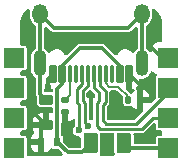
<source format=gbr>
%TF.GenerationSoftware,KiCad,Pcbnew,8.0.2*%
%TF.CreationDate,2024-05-21T21:15:40-05:00*%
%TF.ProjectId,udb-s,7564622d-732e-46b6-9963-61645f706362,rev?*%
%TF.SameCoordinates,Original*%
%TF.FileFunction,Copper,L1,Top*%
%TF.FilePolarity,Positive*%
%FSLAX46Y46*%
G04 Gerber Fmt 4.6, Leading zero omitted, Abs format (unit mm)*
G04 Created by KiCad (PCBNEW 8.0.2) date 2024-05-21 21:15:40*
%MOMM*%
%LPD*%
G01*
G04 APERTURE LIST*
G04 Aperture macros list*
%AMRoundRect*
0 Rectangle with rounded corners*
0 $1 Rounding radius*
0 $2 $3 $4 $5 $6 $7 $8 $9 X,Y pos of 4 corners*
0 Add a 4 corners polygon primitive as box body*
4,1,4,$2,$3,$4,$5,$6,$7,$8,$9,$2,$3,0*
0 Add four circle primitives for the rounded corners*
1,1,$1+$1,$2,$3*
1,1,$1+$1,$4,$5*
1,1,$1+$1,$6,$7*
1,1,$1+$1,$8,$9*
0 Add four rect primitives between the rounded corners*
20,1,$1+$1,$2,$3,$4,$5,0*
20,1,$1+$1,$4,$5,$6,$7,0*
20,1,$1+$1,$6,$7,$8,$9,0*
20,1,$1+$1,$8,$9,$2,$3,0*%
%AMOutline4P*
0 Free polygon, 4 corners , with rotation*
0 The origin of the aperture is its center*
0 number of corners: always 4*
0 $1 to $8 corner X, Y*
0 $9 Rotation angle, in degrees counterclockwise*
0 create outline with 4 corners*
4,1,4,$1,$2,$3,$4,$5,$6,$7,$8,$1,$2,$9*%
G04 Aperture macros list end*
%TA.AperFunction,SMDPad,CuDef*%
%ADD10RoundRect,0.218750X-0.381250X0.218750X-0.381250X-0.218750X0.381250X-0.218750X0.381250X0.218750X0*%
%TD*%
%TA.AperFunction,SMDPad,CuDef*%
%ADD11RoundRect,0.135000X-0.185000X0.135000X-0.185000X-0.135000X0.185000X-0.135000X0.185000X0.135000X0*%
%TD*%
%TA.AperFunction,SMDPad,CuDef*%
%ADD12RoundRect,0.250000X-0.375000X-0.625000X0.375000X-0.625000X0.375000X0.625000X-0.375000X0.625000X0*%
%TD*%
%TA.AperFunction,SMDPad,CuDef*%
%ADD13RoundRect,0.125000X-0.000010X-0.150000X0.000010X-0.150000X0.000010X0.150000X-0.000010X0.150000X0*%
%TD*%
%TA.AperFunction,SMDPad,CuDef*%
%ADD14R,0.250000X0.550000*%
%TD*%
%TA.AperFunction,SMDPad,CuDef*%
%ADD15R,0.300000X0.550000*%
%TD*%
%TA.AperFunction,SMDPad,CuDef*%
%ADD16RoundRect,0.060000X0.240000X0.665000X-0.240000X0.665000X-0.240000X-0.665000X0.240000X-0.665000X0*%
%TD*%
%TA.AperFunction,SMDPad,CuDef*%
%ADD17RoundRect,0.060000X0.090000X0.665000X-0.090000X0.665000X-0.090000X-0.665000X0.090000X-0.665000X0*%
%TD*%
%TA.AperFunction,ComponentPad*%
%ADD18O,1.100000X2.200000*%
%TD*%
%TA.AperFunction,ComponentPad*%
%ADD19O,1.300000X1.700000*%
%TD*%
%TA.AperFunction,SMDPad,CuDef*%
%ADD20R,0.600000X0.700000*%
%TD*%
%TA.AperFunction,ComponentPad*%
%ADD21R,1.680000X1.680000*%
%TD*%
%TA.AperFunction,SMDPad,CuDef*%
%ADD22RoundRect,0.135000X0.135000X0.185000X-0.135000X0.185000X-0.135000X-0.185000X0.135000X-0.185000X0*%
%TD*%
%TA.AperFunction,ComponentPad*%
%ADD23Outline4P,-0.840000X-0.840000X0.840000X-0.840000X0.840000X0.840000X-0.840000X0.840000X180.000000*%
%TD*%
%TA.AperFunction,ViaPad*%
%ADD24C,0.600000*%
%TD*%
%TA.AperFunction,Conductor*%
%ADD25C,0.300000*%
%TD*%
%TA.AperFunction,Conductor*%
%ADD26C,0.250000*%
%TD*%
%TA.AperFunction,Conductor*%
%ADD27C,0.200000*%
%TD*%
G04 APERTURE END LIST*
D10*
%TO.P,FB1,1*%
%TO.N,GNDPWR*%
X125480000Y-86707500D03*
%TO.P,FB1,2*%
%TO.N,GND*%
X125480000Y-88832500D03*
%TD*%
D11*
%TO.P,R2,1*%
%TO.N,Net-(J1-PadB5)*%
X127100000Y-86760000D03*
%TO.P,R2,2*%
%TO.N,GND*%
X127100000Y-87780000D03*
%TD*%
D12*
%TO.P,F1,1*%
%TO.N,VBUS*%
X129260000Y-90420000D03*
%TO.P,F1,2*%
%TO.N,5V*%
X132060000Y-90420000D03*
%TD*%
D13*
%TO.P,U1,1,IO1*%
%TO.N,D+*%
X128290000Y-88165000D03*
D14*
%TO.P,U1,2,IO2*%
%TO.N,D-*%
X128790000Y-88165000D03*
D15*
%TO.P,U1,3,GND*%
%TO.N,GND*%
X129290000Y-88165000D03*
D14*
%TO.P,U1,4,D2+*%
%TO.N,D+*%
X129790000Y-88165000D03*
%TO.P,U1,5,D2-*%
%TO.N,D-*%
X130290000Y-88165000D03*
%TO.P,U1,6,NC*%
X130290000Y-87395000D03*
%TO.P,U1,7,NC*%
%TO.N,D+*%
X129790000Y-87395000D03*
D15*
%TO.P,U1,8,GND*%
%TO.N,GND*%
X129290000Y-87395000D03*
D14*
%TO.P,U1,9,NC*%
%TO.N,D-*%
X128790000Y-87395000D03*
%TO.P,U1,10,NC*%
%TO.N,D+*%
X128290000Y-87395000D03*
%TD*%
D16*
%TO.P,J1,A1,GND*%
%TO.N,GND*%
X132511000Y-84558500D03*
%TO.P,J1,A4,VBUS*%
%TO.N,VBUS*%
X131736000Y-84558500D03*
D17*
%TO.P,J1,A5,CC1*%
%TO.N,Net-(J1-PadA5)*%
X130536000Y-84558500D03*
%TO.P,J1,A6,D+*%
%TO.N,D+*%
X129536000Y-84558500D03*
%TO.P,J1,A7,D-*%
%TO.N,D-*%
X129036000Y-84558500D03*
%TO.P,J1,A8,SBU1*%
%TO.N,unconnected-(J1-PadA8)*%
X128036000Y-84558500D03*
D16*
%TO.P,J1,B1,GND*%
%TO.N,GND*%
X126061000Y-84558500D03*
%TO.P,J1,B4,VBUS*%
%TO.N,VBUS*%
X126836000Y-84558500D03*
D17*
%TO.P,J1,B5,CC2*%
%TO.N,Net-(J1-PadB5)*%
X127536000Y-84558500D03*
%TO.P,J1,B6,D+*%
%TO.N,D+*%
X128536000Y-84558500D03*
%TO.P,J1,B7,D-*%
%TO.N,D-*%
X130036000Y-84558500D03*
%TO.P,J1,B8,SBU2*%
%TO.N,unconnected-(J1-PadB8)*%
X131036000Y-84558500D03*
D18*
%TO.P,J1,S1,SHIELD*%
%TO.N,GNDPWR*%
X133606000Y-83643500D03*
D19*
X133606000Y-79463500D03*
D18*
X124966000Y-83643500D03*
D19*
X124966000Y-79463500D03*
%TD*%
D20*
%TO.P,D1,1,A1*%
%TO.N,VBUS*%
X126450000Y-90320000D03*
%TO.P,D1,2,A2*%
%TO.N,GND*%
X125050000Y-90320000D03*
%TD*%
D21*
%TO.P,J3,1,Pin_1*%
%TO.N,unconnected-(J3-Pad1)*%
X122790000Y-83190000D03*
%TO.P,J3,2,Pin_2*%
%TO.N,unconnected-(J3-Pad2)*%
X122790000Y-85740000D03*
%TO.P,J3,3,Pin_3*%
%TO.N,unconnected-(J3-Pad3)*%
X122790000Y-88275000D03*
%TO.P,J3,4,Pin_4*%
%TO.N,unconnected-(J3-Pad4)*%
X122790000Y-90810000D03*
%TD*%
D22*
%TO.P,R1,1*%
%TO.N,GND*%
X133450000Y-86720000D03*
%TO.P,R1,2*%
%TO.N,Net-(J1-PadA5)*%
X132430000Y-86720000D03*
%TD*%
D23*
%TO.P,J2,1,Pin_1*%
%TO.N,5V*%
X135800000Y-90830000D03*
%TO.P,J2,2,Pin_2*%
%TO.N,D+*%
X135800000Y-88280000D03*
D21*
%TO.P,J2,3,Pin_3*%
%TO.N,D-*%
X135800000Y-85745000D03*
%TO.P,J2,4,Pin_4*%
%TO.N,GND*%
X135800000Y-83210000D03*
%TD*%
D24*
%TO.N,GND*%
X123930000Y-84430000D03*
X134490000Y-89430000D03*
X127690000Y-90390000D03*
X129280000Y-81290000D03*
X127100000Y-88700000D03*
X125656561Y-85644906D03*
X130530000Y-90390000D03*
X134340000Y-81010000D03*
X133430000Y-85880000D03*
X129290829Y-86340000D03*
%TO.N,D+*%
X128267444Y-89320240D03*
%TO.N,D-*%
X129020440Y-88924982D03*
%TD*%
D25*
%TO.N,GND*%
X129290829Y-86340000D02*
X129290000Y-86340829D01*
X124040480Y-87392980D02*
X125480000Y-88832500D01*
X125050000Y-89262500D02*
X125050000Y-90320000D01*
X125656561Y-85644906D02*
X125656561Y-84962939D01*
X127100000Y-88700000D02*
X127100000Y-87780000D01*
X125480000Y-88832500D02*
X125050000Y-89262500D01*
X129290000Y-87395000D02*
X129290000Y-88165000D01*
X127690000Y-90390000D02*
X127100000Y-89800000D01*
X134340000Y-81010000D02*
X134340000Y-82250000D01*
X129290000Y-86340829D02*
X129290000Y-87395000D01*
X123930000Y-84430000D02*
X124040480Y-84540480D01*
X133430000Y-85477500D02*
X132511000Y-84558500D01*
X127100000Y-89800000D02*
X127100000Y-88700000D01*
X134340000Y-82250000D02*
X135300000Y-83210000D01*
X133430000Y-85880000D02*
X133430000Y-85477500D01*
X124040480Y-84540480D02*
X124040480Y-87392980D01*
X135300000Y-83210000D02*
X135800000Y-83210000D01*
X125656561Y-84962939D02*
X126061000Y-84558500D01*
%TO.N,VBUS*%
X126836000Y-84558500D02*
X126836000Y-83839550D01*
X128490000Y-91190000D02*
X129260000Y-90420000D01*
X126430000Y-90300000D02*
X126450000Y-90320000D01*
X126836000Y-84558500D02*
X126836000Y-85384000D01*
X127320000Y-91190000D02*
X128490000Y-91190000D01*
X131736000Y-83839550D02*
X131736000Y-84558500D01*
X126836000Y-85384000D02*
X126430000Y-85790000D01*
X126450000Y-90320000D02*
X127320000Y-91190000D01*
X126430000Y-85790000D02*
X126430000Y-90300000D01*
X126836000Y-83839550D02*
X128315550Y-82360000D01*
X128315550Y-82360000D02*
X130256450Y-82360000D01*
X130256450Y-82360000D02*
X131736000Y-83839550D01*
D26*
%TO.N,D+*%
X128060000Y-86930000D02*
X128290000Y-87160000D01*
X135800000Y-88280000D02*
X134515718Y-88280000D01*
X128536000Y-85357292D02*
X128060000Y-85833292D01*
X128290000Y-88165000D02*
X128290000Y-89297684D01*
X130010000Y-89190000D02*
X129790000Y-88970000D01*
X129536000Y-85666000D02*
X129536000Y-84558500D01*
X128290000Y-89297684D02*
X128267444Y-89320240D01*
X129790000Y-87030000D02*
X129990000Y-86830000D01*
X129990000Y-86830000D02*
X129990000Y-86120000D01*
X129790000Y-88970000D02*
X129790000Y-88165000D01*
X133605718Y-89190000D02*
X130010000Y-89190000D01*
X128536000Y-84558500D02*
X128536000Y-85357292D01*
X129790000Y-87395000D02*
X129790000Y-87030000D01*
X129790000Y-87395000D02*
X129790000Y-88165000D01*
X129990000Y-86120000D02*
X129536000Y-85666000D01*
X128060000Y-85833292D02*
X128060000Y-86930000D01*
X128290000Y-87160000D02*
X128290000Y-87395000D01*
X128290000Y-87395000D02*
X128290000Y-88165000D01*
X134515718Y-88280000D02*
X133605718Y-89190000D01*
%TO.N,D-*%
X130290000Y-88450000D02*
X130290000Y-88165000D01*
X130036000Y-85530282D02*
X130520000Y-86014282D01*
X129036000Y-84558500D02*
X129036000Y-85493009D01*
X135800000Y-86050000D02*
X133109520Y-88740480D01*
X128580000Y-86814282D02*
X128790000Y-87024282D01*
X133109520Y-88740480D02*
X130580480Y-88740480D01*
X130520000Y-86014282D02*
X130520000Y-86935717D01*
X128580000Y-85949009D02*
X128580000Y-86814282D01*
X130290000Y-87165717D02*
X130290000Y-87395000D01*
X128790000Y-87395000D02*
X128790000Y-88165000D01*
X130036000Y-84558500D02*
X130036000Y-85530282D01*
X130290000Y-87395000D02*
X130290000Y-88165000D01*
X128790000Y-88694542D02*
X129020440Y-88924982D01*
X135800000Y-85745000D02*
X135800000Y-86050000D01*
X129036000Y-85493009D02*
X128580000Y-85949009D01*
X128790000Y-87024282D02*
X128790000Y-87395000D01*
X128790000Y-88165000D02*
X128790000Y-88694542D01*
X130580480Y-88740480D02*
X130290000Y-88450000D01*
X130520000Y-86935717D02*
X130290000Y-87165717D01*
D27*
%TO.N,Net-(J1-PadA5)*%
X130536000Y-84558500D02*
X130536000Y-85321938D01*
X132430000Y-86440000D02*
X132430000Y-86720000D01*
X130834062Y-85620000D02*
X131610000Y-85620000D01*
X131610000Y-85620000D02*
X132430000Y-86440000D01*
X130536000Y-85321938D02*
X130834062Y-85620000D01*
%TO.N,Net-(J1-PadB5)*%
X127536000Y-86324000D02*
X127100000Y-86760000D01*
X127536000Y-84558500D02*
X127536000Y-86324000D01*
D25*
%TO.N,5V*%
X132470000Y-90830000D02*
X132060000Y-90420000D01*
X135800000Y-90830000D02*
X132470000Y-90830000D01*
%TO.N,GNDPWR*%
X124980000Y-86207500D02*
X125480000Y-86707500D01*
X124980000Y-83657500D02*
X124980000Y-86207500D01*
X124966000Y-79463500D02*
X124966000Y-83643500D01*
X133606000Y-79463500D02*
X133606000Y-83643500D01*
X133606000Y-79463500D02*
X132449500Y-80620000D01*
X126122500Y-80620000D02*
X124966000Y-79463500D01*
X124966000Y-83643500D02*
X124980000Y-83657500D01*
X132449500Y-80620000D02*
X126122500Y-80620000D01*
%TD*%
%TA.AperFunction,Conductor*%
%TO.N,GND*%
G36*
X124086899Y-79090234D02*
G01*
X124115500Y-79170167D01*
X124115500Y-79775470D01*
X124124555Y-79809263D01*
X124173459Y-79991778D01*
X124173462Y-79991785D01*
X124285428Y-80185715D01*
X124285436Y-80185725D01*
X124443774Y-80344063D01*
X124443779Y-80344067D01*
X124443781Y-80344069D01*
X124443782Y-80344070D01*
X124443784Y-80344071D01*
X124552500Y-80406838D01*
X124611207Y-80483346D01*
X124615500Y-80515957D01*
X124615500Y-82356511D01*
X124578595Y-82445606D01*
X124552502Y-82465629D01*
X124505183Y-82492949D01*
X124505180Y-82492951D01*
X124365456Y-82632675D01*
X124365448Y-82632685D01*
X124266647Y-82803813D01*
X124266644Y-82803820D01*
X124246270Y-82879860D01*
X124215500Y-82994695D01*
X124215500Y-84292305D01*
X124243269Y-84395942D01*
X124266644Y-84483179D01*
X124266647Y-84483186D01*
X124365448Y-84654314D01*
X124365456Y-84654324D01*
X124505175Y-84794043D01*
X124505180Y-84794047D01*
X124505182Y-84794049D01*
X124505183Y-84794050D01*
X124505185Y-84794051D01*
X124566500Y-84829451D01*
X124625207Y-84905959D01*
X124629500Y-84938570D01*
X124629500Y-86277219D01*
X124671528Y-86378685D01*
X124677679Y-86441054D01*
X124680107Y-86441294D01*
X124679500Y-86447458D01*
X124679500Y-86967546D01*
X124703824Y-87089832D01*
X124724047Y-87120098D01*
X124796487Y-87228513D01*
X124935167Y-87321175D01*
X125057456Y-87345500D01*
X125057457Y-87345500D01*
X125902543Y-87345500D01*
X125902544Y-87345500D01*
X125928916Y-87340254D01*
X126023498Y-87359065D01*
X126077078Y-87439247D01*
X126079500Y-87463832D01*
X126079500Y-87763061D01*
X126042595Y-87852156D01*
X125953500Y-87889061D01*
X125935338Y-87887745D01*
X125930232Y-87887001D01*
X125930215Y-87887000D01*
X125734000Y-87887000D01*
X125734000Y-88960500D01*
X125697095Y-89049595D01*
X125608000Y-89086500D01*
X124372001Y-89086500D01*
X124372001Y-89120223D01*
X124392582Y-89261486D01*
X124468170Y-89416105D01*
X124474146Y-89512356D01*
X124424977Y-89576207D01*
X124383752Y-89603753D01*
X124271475Y-89771786D01*
X124242000Y-89919965D01*
X124242000Y-90066000D01*
X125178000Y-90066000D01*
X125267095Y-90102905D01*
X125304000Y-90192000D01*
X125304000Y-91178000D01*
X125400031Y-91178000D01*
X125400034Y-91177999D01*
X125548211Y-91148525D01*
X125716246Y-91036246D01*
X125835420Y-90857893D01*
X125840015Y-90860963D01*
X125893692Y-90807259D01*
X125990128Y-90807235D01*
X126011940Y-90818890D01*
X126071769Y-90858867D01*
X126130252Y-90870500D01*
X126452628Y-90870500D01*
X126541723Y-90907405D01*
X126869223Y-91234905D01*
X126906128Y-91324000D01*
X126869223Y-91413095D01*
X126780128Y-91450000D01*
X123956500Y-91450000D01*
X123867405Y-91413095D01*
X123830500Y-91324000D01*
X123830500Y-90720034D01*
X124242000Y-90720034D01*
X124271474Y-90868211D01*
X124383753Y-91036246D01*
X124551788Y-91148525D01*
X124699965Y-91177999D01*
X124699969Y-91178000D01*
X124796000Y-91178000D01*
X124796000Y-90574000D01*
X124242000Y-90574000D01*
X124242000Y-90720034D01*
X123830500Y-90720034D01*
X123830500Y-89950253D01*
X123830499Y-89950249D01*
X123825727Y-89926261D01*
X123818867Y-89891769D01*
X123774552Y-89825448D01*
X123708231Y-89781133D01*
X123708228Y-89781132D01*
X123649750Y-89769500D01*
X123649748Y-89769500D01*
X123416000Y-89769500D01*
X123326905Y-89732595D01*
X123290000Y-89643500D01*
X123290000Y-89441500D01*
X123326905Y-89352405D01*
X123416000Y-89315500D01*
X123649747Y-89315500D01*
X123649748Y-89315500D01*
X123708231Y-89303867D01*
X123774552Y-89259552D01*
X123818867Y-89193231D01*
X123830500Y-89134748D01*
X123830500Y-88544777D01*
X124372000Y-88544777D01*
X124372000Y-88578500D01*
X125226000Y-88578500D01*
X125226000Y-87887000D01*
X125029781Y-87887000D01*
X124888513Y-87907582D01*
X124670613Y-88014105D01*
X124499105Y-88185613D01*
X124392582Y-88403513D01*
X124372000Y-88544777D01*
X123830500Y-88544777D01*
X123830500Y-87415252D01*
X123818867Y-87356769D01*
X123774552Y-87290448D01*
X123708231Y-87246133D01*
X123708228Y-87246132D01*
X123649750Y-87234500D01*
X123649748Y-87234500D01*
X123416000Y-87234500D01*
X123326905Y-87197595D01*
X123290000Y-87108500D01*
X123290000Y-86906500D01*
X123326905Y-86817405D01*
X123416000Y-86780500D01*
X123649747Y-86780500D01*
X123649748Y-86780500D01*
X123708231Y-86768867D01*
X123774552Y-86724552D01*
X123818867Y-86658231D01*
X123830500Y-86599748D01*
X123830500Y-84880252D01*
X123818867Y-84821769D01*
X123774552Y-84755448D01*
X123708231Y-84711133D01*
X123708228Y-84711132D01*
X123649750Y-84699500D01*
X123649748Y-84699500D01*
X123416000Y-84699500D01*
X123326905Y-84662595D01*
X123290000Y-84573500D01*
X123290000Y-84356500D01*
X123326905Y-84267405D01*
X123416000Y-84230500D01*
X123649747Y-84230500D01*
X123649748Y-84230500D01*
X123708231Y-84218867D01*
X123774552Y-84174552D01*
X123818867Y-84108231D01*
X123830500Y-84049748D01*
X123830500Y-82330252D01*
X123818867Y-82271769D01*
X123774552Y-82205448D01*
X123708231Y-82161133D01*
X123708228Y-82161132D01*
X123649750Y-82149500D01*
X123649748Y-82149500D01*
X123416000Y-82149500D01*
X123326905Y-82112595D01*
X123290000Y-82023500D01*
X123290000Y-80271187D01*
X123290607Y-80258837D01*
X123299796Y-80165544D01*
X123316933Y-79991540D01*
X123321749Y-79967325D01*
X123397917Y-79716233D01*
X123407361Y-79693432D01*
X123531049Y-79462029D01*
X123544765Y-79441502D01*
X123711221Y-79238675D01*
X123728682Y-79221216D01*
X123909567Y-79072768D01*
X124001850Y-79044774D01*
X124086899Y-79090234D01*
G37*
%TD.AperFunction*%
%TA.AperFunction,Conductor*%
G36*
X131216833Y-89552405D02*
G01*
X131253738Y-89641500D01*
X131251317Y-89666081D01*
X131234500Y-89750623D01*
X131234500Y-91089367D01*
X131234501Y-91089374D01*
X131260638Y-91220776D01*
X131282836Y-91253998D01*
X131301650Y-91348582D01*
X131248073Y-91428765D01*
X131178071Y-91450000D01*
X130141929Y-91450000D01*
X130052834Y-91413095D01*
X130015929Y-91324000D01*
X130037164Y-91253998D01*
X130049921Y-91234905D01*
X130059362Y-91220776D01*
X130085500Y-91089371D01*
X130085499Y-89750630D01*
X130068682Y-89666081D01*
X130087496Y-89571497D01*
X130167680Y-89517921D01*
X130192261Y-89515500D01*
X131127738Y-89515500D01*
X131216833Y-89552405D01*
G37*
%TD.AperFunction*%
%TA.AperFunction,Conductor*%
G36*
X127317095Y-87562905D02*
G01*
X127354000Y-87652000D01*
X127354000Y-88557999D01*
X127360340Y-88557999D01*
X127360348Y-88557998D01*
X127453985Y-88545671D01*
X127453988Y-88545670D01*
X127659500Y-88449838D01*
X127659501Y-88449838D01*
X127749405Y-88359935D01*
X127838500Y-88323030D01*
X127927595Y-88359935D01*
X127964500Y-88449030D01*
X127964500Y-88853367D01*
X127927595Y-88942462D01*
X127908505Y-88958130D01*
X127906604Y-88959399D01*
X127906602Y-88959402D01*
X127795984Y-89124954D01*
X127757139Y-89320240D01*
X127795984Y-89515525D01*
X127906603Y-89681080D01*
X127944607Y-89706473D01*
X128072159Y-89791700D01*
X128267444Y-89830545D01*
X128283916Y-89827268D01*
X128378498Y-89846079D01*
X128432078Y-89926261D01*
X128434500Y-89950846D01*
X128434500Y-90697626D01*
X128397598Y-90786719D01*
X128381725Y-90802593D01*
X128292631Y-90839500D01*
X127517372Y-90839500D01*
X127428277Y-90802595D01*
X126987405Y-90361723D01*
X126950500Y-90272628D01*
X126950500Y-89950253D01*
X126950499Y-89950249D01*
X126945727Y-89926261D01*
X126938867Y-89891769D01*
X126894552Y-89825448D01*
X126836496Y-89786655D01*
X126782921Y-89706473D01*
X126780500Y-89681892D01*
X126780500Y-88675694D01*
X126817398Y-88586605D01*
X126846000Y-88557998D01*
X126846000Y-87652000D01*
X126882905Y-87562905D01*
X126972000Y-87526000D01*
X127228000Y-87526000D01*
X127317095Y-87562905D01*
G37*
%TD.AperFunction*%
%TA.AperFunction,Conductor*%
G36*
X134722595Y-88711639D02*
G01*
X134759500Y-88800735D01*
X134759500Y-89139750D01*
X134770137Y-89193228D01*
X134771133Y-89198231D01*
X134815448Y-89264552D01*
X134881769Y-89308867D01*
X134940252Y-89320500D01*
X135174000Y-89320500D01*
X135263095Y-89357405D01*
X135300000Y-89446500D01*
X135300000Y-89663500D01*
X135263095Y-89752595D01*
X135174000Y-89789500D01*
X134940249Y-89789500D01*
X134881771Y-89801132D01*
X134881768Y-89801133D01*
X134815448Y-89845448D01*
X134771133Y-89911768D01*
X134771132Y-89911771D01*
X134759500Y-89970249D01*
X134759500Y-90353500D01*
X134722595Y-90442595D01*
X134633500Y-90479500D01*
X133011500Y-90479500D01*
X132922405Y-90442595D01*
X132885500Y-90353500D01*
X132885499Y-89750631D01*
X132885498Y-89750624D01*
X132868682Y-89666081D01*
X132887496Y-89571498D01*
X132967680Y-89517921D01*
X132992261Y-89515500D01*
X133670464Y-89515500D01*
X133790099Y-89465946D01*
X134544404Y-88711639D01*
X134633500Y-88674735D01*
X134722595Y-88711639D01*
G37*
%TD.AperFunction*%
%TA.AperFunction,Conductor*%
G36*
X134555202Y-84358551D02*
G01*
X134593752Y-84416245D01*
X134761788Y-84528524D01*
X134772265Y-84530609D01*
X134852448Y-84584186D01*
X134871262Y-84678770D01*
X134823220Y-84750671D01*
X134824222Y-84751673D01*
X134819185Y-84756709D01*
X134817687Y-84758952D01*
X134815447Y-84760448D01*
X134771133Y-84826768D01*
X134771132Y-84826771D01*
X134759500Y-84885249D01*
X134759500Y-86577981D01*
X134722595Y-86667076D01*
X134410931Y-86978740D01*
X134321836Y-87015645D01*
X134232741Y-86978740D01*
X134228001Y-86974000D01*
X133704000Y-86974000D01*
X133704000Y-87570713D01*
X133721919Y-87607049D01*
X133690922Y-87698368D01*
X133685285Y-87704386D01*
X133011598Y-88378075D01*
X132922502Y-88414980D01*
X130767497Y-88414980D01*
X130678402Y-88378075D01*
X130652405Y-88352078D01*
X130615500Y-88262983D01*
X130615500Y-87352734D01*
X130652405Y-87263639D01*
X130795946Y-87120098D01*
X130845500Y-87000463D01*
X130845500Y-86870971D01*
X130845500Y-86046500D01*
X130882405Y-85957405D01*
X130971500Y-85920500D01*
X131433339Y-85920500D01*
X131522434Y-85957405D01*
X131929709Y-86364680D01*
X131966614Y-86453775D01*
X131964194Y-86478352D01*
X131959500Y-86501951D01*
X131959500Y-86938046D01*
X131978966Y-87035907D01*
X132053117Y-87146882D01*
X132164092Y-87221033D01*
X132164094Y-87221034D01*
X132261956Y-87240500D01*
X132261957Y-87240500D01*
X132598043Y-87240500D01*
X132598044Y-87240500D01*
X132653289Y-87229511D01*
X132747872Y-87248325D01*
X132772070Y-87271999D01*
X132772365Y-87271705D01*
X132940498Y-87439838D01*
X133146013Y-87535671D01*
X133195999Y-87542252D01*
X133196000Y-87542251D01*
X133196000Y-86466000D01*
X133704000Y-86466000D01*
X134227999Y-86466000D01*
X134227999Y-86459659D01*
X134227998Y-86459651D01*
X134215671Y-86366014D01*
X134215670Y-86366011D01*
X134119838Y-86160499D01*
X134119838Y-86160498D01*
X133959500Y-86000160D01*
X133753991Y-85904330D01*
X133704000Y-85897747D01*
X133704000Y-86466000D01*
X133196000Y-86466000D01*
X133196000Y-85897748D01*
X133193290Y-85895372D01*
X133106976Y-85872244D01*
X133058759Y-85788728D01*
X133083719Y-85695577D01*
X133094586Y-85683186D01*
X133227717Y-85550055D01*
X133313490Y-85355796D01*
X133318999Y-85308310D01*
X133318999Y-85057779D01*
X133355903Y-84968684D01*
X133444999Y-84931779D01*
X133477610Y-84936072D01*
X133507195Y-84944000D01*
X133507196Y-84944000D01*
X133704803Y-84944000D01*
X133704805Y-84944000D01*
X133895682Y-84892855D01*
X134066818Y-84794049D01*
X134206549Y-84654318D01*
X134305355Y-84483182D01*
X134328731Y-84395940D01*
X134387437Y-84319434D01*
X134483048Y-84306846D01*
X134555202Y-84358551D01*
G37*
%TD.AperFunction*%
%TA.AperFunction,Conductor*%
G36*
X129288598Y-85878925D02*
G01*
X129627595Y-86217922D01*
X129664500Y-86307017D01*
X129664500Y-86493172D01*
X129627595Y-86582267D01*
X129538500Y-86619172D01*
X129513919Y-86616751D01*
X129490037Y-86612000D01*
X129440000Y-86612000D01*
X129440000Y-88189000D01*
X129403095Y-88278095D01*
X129314000Y-88315000D01*
X129266000Y-88315000D01*
X129176905Y-88278095D01*
X129140000Y-88189000D01*
X129140000Y-86612000D01*
X129089962Y-86612000D01*
X129056081Y-86618740D01*
X128961498Y-86599926D01*
X128907921Y-86519742D01*
X128905500Y-86495161D01*
X128905500Y-86136025D01*
X128942403Y-86046931D01*
X129110409Y-85878925D01*
X129199503Y-85842021D01*
X129288598Y-85878925D01*
G37*
%TD.AperFunction*%
%TA.AperFunction,Conductor*%
G36*
X132728095Y-84341405D02*
G01*
X132765000Y-84430500D01*
X132765000Y-85791499D01*
X132835794Y-85791499D01*
X132838020Y-85791370D01*
X132838391Y-85791499D01*
X132839443Y-85791499D01*
X132839443Y-85791865D01*
X132929102Y-85823058D01*
X132971099Y-85909869D01*
X132939411Y-86000951D01*
X132934406Y-86006254D01*
X132772366Y-86168295D01*
X132769754Y-86165683D01*
X132700651Y-86209703D01*
X132606501Y-86188826D01*
X132589682Y-86174711D01*
X132293905Y-85878934D01*
X132257000Y-85789839D01*
X132257000Y-84430500D01*
X132293905Y-84341405D01*
X132383000Y-84304500D01*
X132639000Y-84304500D01*
X132728095Y-84341405D01*
G37*
%TD.AperFunction*%
%TA.AperFunction,Conductor*%
G36*
X125507394Y-85705934D02*
G01*
X125688704Y-85785990D01*
X125688703Y-85785990D01*
X125736190Y-85791499D01*
X125953499Y-85791499D01*
X126042595Y-85828403D01*
X126079500Y-85917498D01*
X126079500Y-85951167D01*
X126042595Y-86040262D01*
X125953500Y-86077167D01*
X125928918Y-86074746D01*
X125902546Y-86069500D01*
X125902544Y-86069500D01*
X125456500Y-86069500D01*
X125367405Y-86032595D01*
X125330500Y-85943500D01*
X125330500Y-85821198D01*
X125367405Y-85732103D01*
X125456500Y-85695198D01*
X125507394Y-85705934D01*
G37*
%TD.AperFunction*%
%TA.AperFunction,Conductor*%
G36*
X133218595Y-80524776D02*
G01*
X133255500Y-80613872D01*
X133255500Y-82356511D01*
X133218595Y-82445606D01*
X133192502Y-82465629D01*
X133145183Y-82492949D01*
X133145180Y-82492951D01*
X133005456Y-82632675D01*
X133005450Y-82632682D01*
X132951044Y-82726917D01*
X132874536Y-82785623D01*
X132778924Y-82773035D01*
X132732805Y-82726914D01*
X132716537Y-82698736D01*
X132716536Y-82698734D01*
X132716535Y-82698733D01*
X132716533Y-82698731D01*
X132716529Y-82698726D01*
X132590773Y-82572970D01*
X132590763Y-82572962D01*
X132436737Y-82484035D01*
X132368044Y-82465629D01*
X132264931Y-82438000D01*
X132087069Y-82438000D01*
X131983956Y-82465629D01*
X131915262Y-82484035D01*
X131761236Y-82572962D01*
X131761226Y-82572970D01*
X131635470Y-82698726D01*
X131635462Y-82698736D01*
X131546535Y-82852763D01*
X131539274Y-82879860D01*
X131480566Y-82956367D01*
X131384954Y-82968952D01*
X131328474Y-82936342D01*
X130454992Y-82062860D01*
X130454991Y-82062859D01*
X130326169Y-82009500D01*
X128385270Y-82009500D01*
X128245831Y-82009500D01*
X128117008Y-82062859D01*
X128117004Y-82062862D01*
X127243526Y-82936341D01*
X127154431Y-82973246D01*
X127065336Y-82936341D01*
X127032725Y-82879859D01*
X127025466Y-82852767D01*
X127025464Y-82852763D01*
X127025464Y-82852762D01*
X126936537Y-82698736D01*
X126936536Y-82698734D01*
X126936535Y-82698733D01*
X126936533Y-82698731D01*
X126936529Y-82698726D01*
X126810773Y-82572970D01*
X126810763Y-82572962D01*
X126656737Y-82484035D01*
X126588044Y-82465629D01*
X126484931Y-82438000D01*
X126307069Y-82438000D01*
X126203956Y-82465629D01*
X126135262Y-82484035D01*
X125981236Y-82572962D01*
X125981226Y-82572970D01*
X125855470Y-82698726D01*
X125855464Y-82698734D01*
X125839193Y-82726917D01*
X125762684Y-82785623D01*
X125667073Y-82773035D01*
X125620955Y-82726916D01*
X125611477Y-82710500D01*
X125566549Y-82632682D01*
X125566547Y-82632680D01*
X125566543Y-82632675D01*
X125426819Y-82492951D01*
X125426816Y-82492949D01*
X125379498Y-82465629D01*
X125320793Y-82389120D01*
X125316500Y-82356511D01*
X125316500Y-80613872D01*
X125353405Y-80524777D01*
X125442500Y-80487872D01*
X125531595Y-80524777D01*
X125825360Y-80818542D01*
X125923958Y-80917140D01*
X126052781Y-80970500D01*
X132519219Y-80970500D01*
X132648042Y-80917140D01*
X133040404Y-80524776D01*
X133129500Y-80487872D01*
X133218595Y-80524776D01*
G37*
%TD.AperFunction*%
%TA.AperFunction,Conductor*%
G36*
X134662432Y-79052449D02*
G01*
X134861335Y-79215683D01*
X134878798Y-79233146D01*
X135045253Y-79435969D01*
X135058975Y-79456505D01*
X135182657Y-79687892D01*
X135192109Y-79710708D01*
X135268277Y-79961788D01*
X135273096Y-79986013D01*
X135299393Y-80252955D01*
X135300000Y-80265308D01*
X135300000Y-81736000D01*
X135263095Y-81825095D01*
X135174000Y-81862000D01*
X134909965Y-81862000D01*
X134761788Y-81891474D01*
X134593753Y-82003753D01*
X134481474Y-82171788D01*
X134452000Y-82319965D01*
X134452000Y-82587577D01*
X134415095Y-82676672D01*
X134326000Y-82713577D01*
X134236905Y-82676672D01*
X134216881Y-82650577D01*
X134206551Y-82632685D01*
X134206543Y-82632675D01*
X134066819Y-82492951D01*
X134066816Y-82492949D01*
X134019498Y-82465629D01*
X133960793Y-82389120D01*
X133956500Y-82356511D01*
X133956500Y-80515957D01*
X133993405Y-80426862D01*
X134019500Y-80406838D01*
X134122068Y-80347620D01*
X134128219Y-80344069D01*
X134286569Y-80185719D01*
X134398540Y-79991781D01*
X134456500Y-79775470D01*
X134456500Y-79151530D01*
X134456500Y-79149850D01*
X134493405Y-79060755D01*
X134582500Y-79023850D01*
X134662432Y-79052449D01*
G37*
%TD.AperFunction*%
%TD*%
M02*

</source>
